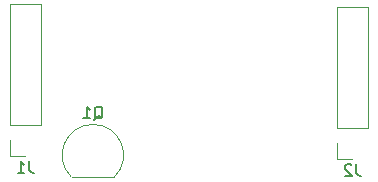
<source format=gbr>
G04 #@! TF.GenerationSoftware,KiCad,Pcbnew,5.1.9-73d0e3b20d~88~ubuntu20.04.1*
G04 #@! TF.CreationDate,2021-04-15T15:02:38+02:00*
G04 #@! TF.ProjectId,Switch3Vx,53776974-6368-4335-9678-2e6b69636164,rev?*
G04 #@! TF.SameCoordinates,Original*
G04 #@! TF.FileFunction,Legend,Bot*
G04 #@! TF.FilePolarity,Positive*
%FSLAX46Y46*%
G04 Gerber Fmt 4.6, Leading zero omitted, Abs format (unit mm)*
G04 Created by KiCad (PCBNEW 5.1.9-73d0e3b20d~88~ubuntu20.04.1) date 2021-04-15 15:02:38*
%MOMM*%
%LPD*%
G01*
G04 APERTURE LIST*
%ADD10C,0.120000*%
%ADD11C,0.150000*%
G04 APERTURE END LIST*
D10*
X43329000Y-99640000D02*
X39729000Y-99640000D01*
X43367478Y-99628478D02*
G75*
G03*
X41529000Y-95190000I-1838478J1838478D01*
G01*
X39690522Y-99628478D02*
G75*
G02*
X41529000Y-95190000I1838478J1838478D01*
G01*
X62170000Y-98104000D02*
X63500000Y-98104000D01*
X62170000Y-96774000D02*
X62170000Y-98104000D01*
X62170000Y-95504000D02*
X64830000Y-95504000D01*
X64830000Y-95504000D02*
X64830000Y-85284000D01*
X62170000Y-95504000D02*
X62170000Y-85284000D01*
X62170000Y-85284000D02*
X64830000Y-85284000D01*
X34484000Y-97850000D02*
X35814000Y-97850000D01*
X34484000Y-96520000D02*
X34484000Y-97850000D01*
X34484000Y-95250000D02*
X37144000Y-95250000D01*
X37144000Y-95250000D02*
X37144000Y-85030000D01*
X34484000Y-95250000D02*
X34484000Y-85030000D01*
X34484000Y-85030000D02*
X37144000Y-85030000D01*
D11*
X41624238Y-94777619D02*
X41719476Y-94730000D01*
X41814714Y-94634761D01*
X41957571Y-94491904D01*
X42052809Y-94444285D01*
X42148047Y-94444285D01*
X42100428Y-94682380D02*
X42195666Y-94634761D01*
X42290904Y-94539523D01*
X42338523Y-94349047D01*
X42338523Y-94015714D01*
X42290904Y-93825238D01*
X42195666Y-93730000D01*
X42100428Y-93682380D01*
X41909952Y-93682380D01*
X41814714Y-93730000D01*
X41719476Y-93825238D01*
X41671857Y-94015714D01*
X41671857Y-94349047D01*
X41719476Y-94539523D01*
X41814714Y-94634761D01*
X41909952Y-94682380D01*
X42100428Y-94682380D01*
X40719476Y-94682380D02*
X41290904Y-94682380D01*
X41005190Y-94682380D02*
X41005190Y-93682380D01*
X41100428Y-93825238D01*
X41195666Y-93920476D01*
X41290904Y-93968095D01*
X63833333Y-98556380D02*
X63833333Y-99270666D01*
X63880952Y-99413523D01*
X63976190Y-99508761D01*
X64119047Y-99556380D01*
X64214285Y-99556380D01*
X63404761Y-98651619D02*
X63357142Y-98604000D01*
X63261904Y-98556380D01*
X63023809Y-98556380D01*
X62928571Y-98604000D01*
X62880952Y-98651619D01*
X62833333Y-98746857D01*
X62833333Y-98842095D01*
X62880952Y-98984952D01*
X63452380Y-99556380D01*
X62833333Y-99556380D01*
X36147333Y-98302380D02*
X36147333Y-99016666D01*
X36194952Y-99159523D01*
X36290190Y-99254761D01*
X36433047Y-99302380D01*
X36528285Y-99302380D01*
X35147333Y-99302380D02*
X35718761Y-99302380D01*
X35433047Y-99302380D02*
X35433047Y-98302380D01*
X35528285Y-98445238D01*
X35623523Y-98540476D01*
X35718761Y-98588095D01*
M02*

</source>
